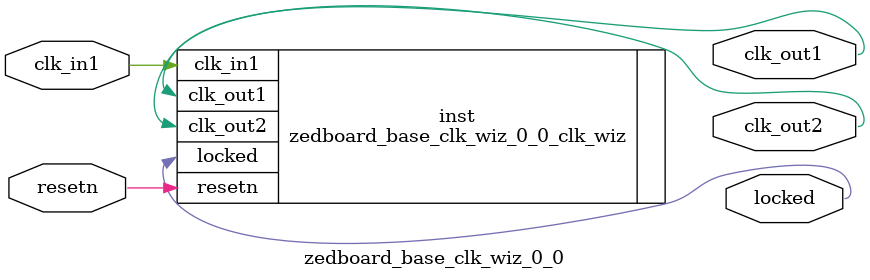
<source format=v>


`timescale 1ps/1ps

(* CORE_GENERATION_INFO = "zedboard_base_clk_wiz_0_0,clk_wiz_v6_0_6_0_0,{component_name=zedboard_base_clk_wiz_0_0,use_phase_alignment=true,use_min_o_jitter=false,use_max_i_jitter=false,use_dyn_phase_shift=false,use_inclk_switchover=false,use_dyn_reconfig=false,enable_axi=0,feedback_source=FDBK_AUTO,PRIMITIVE=MMCM,num_out_clk=2,clkin1_period=10.000,clkin2_period=10.000,use_power_down=false,use_reset=true,use_locked=true,use_inclk_stopped=false,feedback_type=SINGLE,CLOCK_MGR_TYPE=NA,manual_override=false}" *)

module zedboard_base_clk_wiz_0_0 
 (
  // Clock out ports
  output        clk_out1,
  output        clk_out2,
  // Status and control signals
  input         resetn,
  output        locked,
 // Clock in ports
  input         clk_in1
 );

  zedboard_base_clk_wiz_0_0_clk_wiz inst
  (
  // Clock out ports  
  .clk_out1(clk_out1),
  .clk_out2(clk_out2),
  // Status and control signals               
  .resetn(resetn), 
  .locked(locked),
 // Clock in ports
  .clk_in1(clk_in1)
  );

endmodule

</source>
